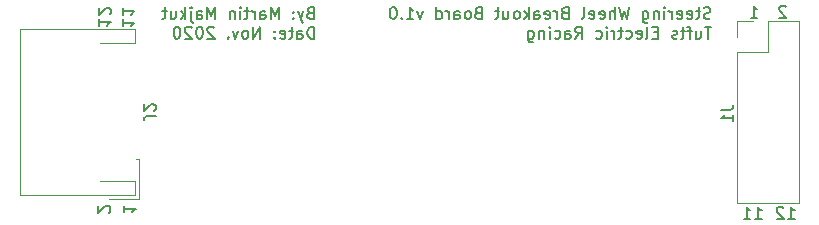
<source format=gbr>
G04 #@! TF.GenerationSoftware,KiCad,Pcbnew,(5.1.4)-1*
G04 #@! TF.CreationDate,2020-11-15T00:00:24-05:00*
G04 #@! TF.ProjectId,MAIN_newBreakoutBoard,4d41494e-5f6e-4657-9742-7265616b6f75,v1.0*
G04 #@! TF.SameCoordinates,Original*
G04 #@! TF.FileFunction,Legend,Bot*
G04 #@! TF.FilePolarity,Positive*
%FSLAX46Y46*%
G04 Gerber Fmt 4.6, Leading zero omitted, Abs format (unit mm)*
G04 Created by KiCad (PCBNEW (5.1.4)-1) date 2020-11-15 00:00:24*
%MOMM*%
%LPD*%
G04 APERTURE LIST*
%ADD10C,0.150000*%
%ADD11C,0.120000*%
G04 APERTURE END LIST*
D10*
X139331071Y-91603571D02*
X139188214Y-91651190D01*
X139140595Y-91698809D01*
X139092976Y-91794047D01*
X139092976Y-91936904D01*
X139140595Y-92032142D01*
X139188214Y-92079761D01*
X139283452Y-92127380D01*
X139664404Y-92127380D01*
X139664404Y-91127380D01*
X139331071Y-91127380D01*
X139235833Y-91175000D01*
X139188214Y-91222619D01*
X139140595Y-91317857D01*
X139140595Y-91413095D01*
X139188214Y-91508333D01*
X139235833Y-91555952D01*
X139331071Y-91603571D01*
X139664404Y-91603571D01*
X138759642Y-91460714D02*
X138521547Y-92127380D01*
X138283452Y-91460714D02*
X138521547Y-92127380D01*
X138616785Y-92365476D01*
X138664404Y-92413095D01*
X138759642Y-92460714D01*
X137902500Y-92032142D02*
X137854880Y-92079761D01*
X137902500Y-92127380D01*
X137950119Y-92079761D01*
X137902500Y-92032142D01*
X137902500Y-92127380D01*
X137902500Y-91508333D02*
X137854880Y-91555952D01*
X137902500Y-91603571D01*
X137950119Y-91555952D01*
X137902500Y-91508333D01*
X137902500Y-91603571D01*
X136664404Y-92127380D02*
X136664404Y-91127380D01*
X136331071Y-91841666D01*
X135997738Y-91127380D01*
X135997738Y-92127380D01*
X135092976Y-92127380D02*
X135092976Y-91603571D01*
X135140595Y-91508333D01*
X135235833Y-91460714D01*
X135426309Y-91460714D01*
X135521547Y-91508333D01*
X135092976Y-92079761D02*
X135188214Y-92127380D01*
X135426309Y-92127380D01*
X135521547Y-92079761D01*
X135569166Y-91984523D01*
X135569166Y-91889285D01*
X135521547Y-91794047D01*
X135426309Y-91746428D01*
X135188214Y-91746428D01*
X135092976Y-91698809D01*
X134616785Y-92127380D02*
X134616785Y-91460714D01*
X134616785Y-91651190D02*
X134569166Y-91555952D01*
X134521547Y-91508333D01*
X134426309Y-91460714D01*
X134331071Y-91460714D01*
X134140595Y-91460714D02*
X133759642Y-91460714D01*
X133997738Y-91127380D02*
X133997738Y-91984523D01*
X133950119Y-92079761D01*
X133854880Y-92127380D01*
X133759642Y-92127380D01*
X133426309Y-92127380D02*
X133426309Y-91460714D01*
X133426309Y-91127380D02*
X133473928Y-91175000D01*
X133426309Y-91222619D01*
X133378690Y-91175000D01*
X133426309Y-91127380D01*
X133426309Y-91222619D01*
X132950119Y-91460714D02*
X132950119Y-92127380D01*
X132950119Y-91555952D02*
X132902500Y-91508333D01*
X132807261Y-91460714D01*
X132664404Y-91460714D01*
X132569166Y-91508333D01*
X132521547Y-91603571D01*
X132521547Y-92127380D01*
X131283452Y-92127380D02*
X131283452Y-91127380D01*
X130950119Y-91841666D01*
X130616785Y-91127380D01*
X130616785Y-92127380D01*
X129712023Y-92127380D02*
X129712023Y-91603571D01*
X129759642Y-91508333D01*
X129854880Y-91460714D01*
X130045357Y-91460714D01*
X130140595Y-91508333D01*
X129712023Y-92079761D02*
X129807261Y-92127380D01*
X130045357Y-92127380D01*
X130140595Y-92079761D01*
X130188214Y-91984523D01*
X130188214Y-91889285D01*
X130140595Y-91794047D01*
X130045357Y-91746428D01*
X129807261Y-91746428D01*
X129712023Y-91698809D01*
X129235833Y-91460714D02*
X129235833Y-92317857D01*
X129283452Y-92413095D01*
X129378690Y-92460714D01*
X129426309Y-92460714D01*
X129235833Y-91127380D02*
X129283452Y-91175000D01*
X129235833Y-91222619D01*
X129188214Y-91175000D01*
X129235833Y-91127380D01*
X129235833Y-91222619D01*
X128759642Y-92127380D02*
X128759642Y-91127380D01*
X128664404Y-91746428D02*
X128378690Y-92127380D01*
X128378690Y-91460714D02*
X128759642Y-91841666D01*
X127521547Y-91460714D02*
X127521547Y-92127380D01*
X127950119Y-91460714D02*
X127950119Y-91984523D01*
X127902500Y-92079761D01*
X127807261Y-92127380D01*
X127664404Y-92127380D01*
X127569166Y-92079761D01*
X127521547Y-92032142D01*
X127188214Y-91460714D02*
X126807261Y-91460714D01*
X127045357Y-91127380D02*
X127045357Y-91984523D01*
X126997738Y-92079761D01*
X126902500Y-92127380D01*
X126807261Y-92127380D01*
X139664404Y-93777380D02*
X139664404Y-92777380D01*
X139426309Y-92777380D01*
X139283452Y-92825000D01*
X139188214Y-92920238D01*
X139140595Y-93015476D01*
X139092976Y-93205952D01*
X139092976Y-93348809D01*
X139140595Y-93539285D01*
X139188214Y-93634523D01*
X139283452Y-93729761D01*
X139426309Y-93777380D01*
X139664404Y-93777380D01*
X138235833Y-93777380D02*
X138235833Y-93253571D01*
X138283452Y-93158333D01*
X138378690Y-93110714D01*
X138569166Y-93110714D01*
X138664404Y-93158333D01*
X138235833Y-93729761D02*
X138331071Y-93777380D01*
X138569166Y-93777380D01*
X138664404Y-93729761D01*
X138712023Y-93634523D01*
X138712023Y-93539285D01*
X138664404Y-93444047D01*
X138569166Y-93396428D01*
X138331071Y-93396428D01*
X138235833Y-93348809D01*
X137902500Y-93110714D02*
X137521547Y-93110714D01*
X137759642Y-92777380D02*
X137759642Y-93634523D01*
X137712023Y-93729761D01*
X137616785Y-93777380D01*
X137521547Y-93777380D01*
X136807261Y-93729761D02*
X136902500Y-93777380D01*
X137092976Y-93777380D01*
X137188214Y-93729761D01*
X137235833Y-93634523D01*
X137235833Y-93253571D01*
X137188214Y-93158333D01*
X137092976Y-93110714D01*
X136902500Y-93110714D01*
X136807261Y-93158333D01*
X136759642Y-93253571D01*
X136759642Y-93348809D01*
X137235833Y-93444047D01*
X136331071Y-93682142D02*
X136283452Y-93729761D01*
X136331071Y-93777380D01*
X136378690Y-93729761D01*
X136331071Y-93682142D01*
X136331071Y-93777380D01*
X136331071Y-93158333D02*
X136283452Y-93205952D01*
X136331071Y-93253571D01*
X136378690Y-93205952D01*
X136331071Y-93158333D01*
X136331071Y-93253571D01*
X135092976Y-93777380D02*
X135092976Y-92777380D01*
X134521547Y-93777380D01*
X134521547Y-92777380D01*
X133902500Y-93777380D02*
X133997738Y-93729761D01*
X134045357Y-93682142D01*
X134092976Y-93586904D01*
X134092976Y-93301190D01*
X134045357Y-93205952D01*
X133997738Y-93158333D01*
X133902500Y-93110714D01*
X133759642Y-93110714D01*
X133664404Y-93158333D01*
X133616785Y-93205952D01*
X133569166Y-93301190D01*
X133569166Y-93586904D01*
X133616785Y-93682142D01*
X133664404Y-93729761D01*
X133759642Y-93777380D01*
X133902500Y-93777380D01*
X133235833Y-93110714D02*
X132997738Y-93777380D01*
X132759642Y-93110714D01*
X132378690Y-93682142D02*
X132331071Y-93729761D01*
X132378690Y-93777380D01*
X132426309Y-93729761D01*
X132378690Y-93682142D01*
X132378690Y-93777380D01*
X131188214Y-92872619D02*
X131140595Y-92825000D01*
X131045357Y-92777380D01*
X130807261Y-92777380D01*
X130712023Y-92825000D01*
X130664404Y-92872619D01*
X130616785Y-92967857D01*
X130616785Y-93063095D01*
X130664404Y-93205952D01*
X131235833Y-93777380D01*
X130616785Y-93777380D01*
X129997738Y-92777380D02*
X129902500Y-92777380D01*
X129807261Y-92825000D01*
X129759642Y-92872619D01*
X129712023Y-92967857D01*
X129664404Y-93158333D01*
X129664404Y-93396428D01*
X129712023Y-93586904D01*
X129759642Y-93682142D01*
X129807261Y-93729761D01*
X129902500Y-93777380D01*
X129997738Y-93777380D01*
X130092976Y-93729761D01*
X130140595Y-93682142D01*
X130188214Y-93586904D01*
X130235833Y-93396428D01*
X130235833Y-93158333D01*
X130188214Y-92967857D01*
X130140595Y-92872619D01*
X130092976Y-92825000D01*
X129997738Y-92777380D01*
X129283452Y-92872619D02*
X129235833Y-92825000D01*
X129140595Y-92777380D01*
X128902500Y-92777380D01*
X128807261Y-92825000D01*
X128759642Y-92872619D01*
X128712023Y-92967857D01*
X128712023Y-93063095D01*
X128759642Y-93205952D01*
X129331071Y-93777380D01*
X128712023Y-93777380D01*
X128092976Y-92777380D02*
X127997738Y-92777380D01*
X127902500Y-92825000D01*
X127854880Y-92872619D01*
X127807261Y-92967857D01*
X127759642Y-93158333D01*
X127759642Y-93396428D01*
X127807261Y-93586904D01*
X127854880Y-93682142D01*
X127902500Y-93729761D01*
X127997738Y-93777380D01*
X128092976Y-93777380D01*
X128188214Y-93729761D01*
X128235833Y-93682142D01*
X128283452Y-93586904D01*
X128331071Y-93396428D01*
X128331071Y-93158333D01*
X128283452Y-92967857D01*
X128235833Y-92872619D01*
X128188214Y-92825000D01*
X128092976Y-92777380D01*
X173212023Y-92079761D02*
X173069166Y-92127380D01*
X172831071Y-92127380D01*
X172735833Y-92079761D01*
X172688214Y-92032142D01*
X172640595Y-91936904D01*
X172640595Y-91841666D01*
X172688214Y-91746428D01*
X172735833Y-91698809D01*
X172831071Y-91651190D01*
X173021547Y-91603571D01*
X173116785Y-91555952D01*
X173164404Y-91508333D01*
X173212023Y-91413095D01*
X173212023Y-91317857D01*
X173164404Y-91222619D01*
X173116785Y-91175000D01*
X173021547Y-91127380D01*
X172783452Y-91127380D01*
X172640595Y-91175000D01*
X172354880Y-91460714D02*
X171973928Y-91460714D01*
X172212023Y-91127380D02*
X172212023Y-91984523D01*
X172164404Y-92079761D01*
X172069166Y-92127380D01*
X171973928Y-92127380D01*
X171259642Y-92079761D02*
X171354880Y-92127380D01*
X171545357Y-92127380D01*
X171640595Y-92079761D01*
X171688214Y-91984523D01*
X171688214Y-91603571D01*
X171640595Y-91508333D01*
X171545357Y-91460714D01*
X171354880Y-91460714D01*
X171259642Y-91508333D01*
X171212023Y-91603571D01*
X171212023Y-91698809D01*
X171688214Y-91794047D01*
X170402500Y-92079761D02*
X170497738Y-92127380D01*
X170688214Y-92127380D01*
X170783452Y-92079761D01*
X170831071Y-91984523D01*
X170831071Y-91603571D01*
X170783452Y-91508333D01*
X170688214Y-91460714D01*
X170497738Y-91460714D01*
X170402500Y-91508333D01*
X170354880Y-91603571D01*
X170354880Y-91698809D01*
X170831071Y-91794047D01*
X169926309Y-92127380D02*
X169926309Y-91460714D01*
X169926309Y-91651190D02*
X169878690Y-91555952D01*
X169831071Y-91508333D01*
X169735833Y-91460714D01*
X169640595Y-91460714D01*
X169307261Y-92127380D02*
X169307261Y-91460714D01*
X169307261Y-91127380D02*
X169354880Y-91175000D01*
X169307261Y-91222619D01*
X169259642Y-91175000D01*
X169307261Y-91127380D01*
X169307261Y-91222619D01*
X168831071Y-91460714D02*
X168831071Y-92127380D01*
X168831071Y-91555952D02*
X168783452Y-91508333D01*
X168688214Y-91460714D01*
X168545357Y-91460714D01*
X168450119Y-91508333D01*
X168402500Y-91603571D01*
X168402500Y-92127380D01*
X167497738Y-91460714D02*
X167497738Y-92270238D01*
X167545357Y-92365476D01*
X167592976Y-92413095D01*
X167688214Y-92460714D01*
X167831071Y-92460714D01*
X167926309Y-92413095D01*
X167497738Y-92079761D02*
X167592976Y-92127380D01*
X167783452Y-92127380D01*
X167878690Y-92079761D01*
X167926309Y-92032142D01*
X167973928Y-91936904D01*
X167973928Y-91651190D01*
X167926309Y-91555952D01*
X167878690Y-91508333D01*
X167783452Y-91460714D01*
X167592976Y-91460714D01*
X167497738Y-91508333D01*
X166354880Y-91127380D02*
X166116785Y-92127380D01*
X165926309Y-91413095D01*
X165735833Y-92127380D01*
X165497738Y-91127380D01*
X165116785Y-92127380D02*
X165116785Y-91127380D01*
X164688214Y-92127380D02*
X164688214Y-91603571D01*
X164735833Y-91508333D01*
X164831071Y-91460714D01*
X164973928Y-91460714D01*
X165069166Y-91508333D01*
X165116785Y-91555952D01*
X163831071Y-92079761D02*
X163926309Y-92127380D01*
X164116785Y-92127380D01*
X164212023Y-92079761D01*
X164259642Y-91984523D01*
X164259642Y-91603571D01*
X164212023Y-91508333D01*
X164116785Y-91460714D01*
X163926309Y-91460714D01*
X163831071Y-91508333D01*
X163783452Y-91603571D01*
X163783452Y-91698809D01*
X164259642Y-91794047D01*
X162973928Y-92079761D02*
X163069166Y-92127380D01*
X163259642Y-92127380D01*
X163354880Y-92079761D01*
X163402500Y-91984523D01*
X163402500Y-91603571D01*
X163354880Y-91508333D01*
X163259642Y-91460714D01*
X163069166Y-91460714D01*
X162973928Y-91508333D01*
X162926309Y-91603571D01*
X162926309Y-91698809D01*
X163402500Y-91794047D01*
X162354880Y-92127380D02*
X162450119Y-92079761D01*
X162497738Y-91984523D01*
X162497738Y-91127380D01*
X160878690Y-91603571D02*
X160735833Y-91651190D01*
X160688214Y-91698809D01*
X160640595Y-91794047D01*
X160640595Y-91936904D01*
X160688214Y-92032142D01*
X160735833Y-92079761D01*
X160831071Y-92127380D01*
X161212023Y-92127380D01*
X161212023Y-91127380D01*
X160878690Y-91127380D01*
X160783452Y-91175000D01*
X160735833Y-91222619D01*
X160688214Y-91317857D01*
X160688214Y-91413095D01*
X160735833Y-91508333D01*
X160783452Y-91555952D01*
X160878690Y-91603571D01*
X161212023Y-91603571D01*
X160212023Y-92127380D02*
X160212023Y-91460714D01*
X160212023Y-91651190D02*
X160164404Y-91555952D01*
X160116785Y-91508333D01*
X160021547Y-91460714D01*
X159926309Y-91460714D01*
X159212023Y-92079761D02*
X159307261Y-92127380D01*
X159497738Y-92127380D01*
X159592976Y-92079761D01*
X159640595Y-91984523D01*
X159640595Y-91603571D01*
X159592976Y-91508333D01*
X159497738Y-91460714D01*
X159307261Y-91460714D01*
X159212023Y-91508333D01*
X159164404Y-91603571D01*
X159164404Y-91698809D01*
X159640595Y-91794047D01*
X158307261Y-92127380D02*
X158307261Y-91603571D01*
X158354880Y-91508333D01*
X158450119Y-91460714D01*
X158640595Y-91460714D01*
X158735833Y-91508333D01*
X158307261Y-92079761D02*
X158402500Y-92127380D01*
X158640595Y-92127380D01*
X158735833Y-92079761D01*
X158783452Y-91984523D01*
X158783452Y-91889285D01*
X158735833Y-91794047D01*
X158640595Y-91746428D01*
X158402500Y-91746428D01*
X158307261Y-91698809D01*
X157831071Y-92127380D02*
X157831071Y-91127380D01*
X157735833Y-91746428D02*
X157450119Y-92127380D01*
X157450119Y-91460714D02*
X157831071Y-91841666D01*
X156878690Y-92127380D02*
X156973928Y-92079761D01*
X157021547Y-92032142D01*
X157069166Y-91936904D01*
X157069166Y-91651190D01*
X157021547Y-91555952D01*
X156973928Y-91508333D01*
X156878690Y-91460714D01*
X156735833Y-91460714D01*
X156640595Y-91508333D01*
X156592976Y-91555952D01*
X156545357Y-91651190D01*
X156545357Y-91936904D01*
X156592976Y-92032142D01*
X156640595Y-92079761D01*
X156735833Y-92127380D01*
X156878690Y-92127380D01*
X155688214Y-91460714D02*
X155688214Y-92127380D01*
X156116785Y-91460714D02*
X156116785Y-91984523D01*
X156069166Y-92079761D01*
X155973928Y-92127380D01*
X155831071Y-92127380D01*
X155735833Y-92079761D01*
X155688214Y-92032142D01*
X155354880Y-91460714D02*
X154973928Y-91460714D01*
X155212023Y-91127380D02*
X155212023Y-91984523D01*
X155164404Y-92079761D01*
X155069166Y-92127380D01*
X154973928Y-92127380D01*
X153545357Y-91603571D02*
X153402500Y-91651190D01*
X153354880Y-91698809D01*
X153307261Y-91794047D01*
X153307261Y-91936904D01*
X153354880Y-92032142D01*
X153402500Y-92079761D01*
X153497738Y-92127380D01*
X153878690Y-92127380D01*
X153878690Y-91127380D01*
X153545357Y-91127380D01*
X153450119Y-91175000D01*
X153402500Y-91222619D01*
X153354880Y-91317857D01*
X153354880Y-91413095D01*
X153402500Y-91508333D01*
X153450119Y-91555952D01*
X153545357Y-91603571D01*
X153878690Y-91603571D01*
X152735833Y-92127380D02*
X152831071Y-92079761D01*
X152878690Y-92032142D01*
X152926309Y-91936904D01*
X152926309Y-91651190D01*
X152878690Y-91555952D01*
X152831071Y-91508333D01*
X152735833Y-91460714D01*
X152592976Y-91460714D01*
X152497738Y-91508333D01*
X152450119Y-91555952D01*
X152402500Y-91651190D01*
X152402500Y-91936904D01*
X152450119Y-92032142D01*
X152497738Y-92079761D01*
X152592976Y-92127380D01*
X152735833Y-92127380D01*
X151545357Y-92127380D02*
X151545357Y-91603571D01*
X151592976Y-91508333D01*
X151688214Y-91460714D01*
X151878690Y-91460714D01*
X151973928Y-91508333D01*
X151545357Y-92079761D02*
X151640595Y-92127380D01*
X151878690Y-92127380D01*
X151973928Y-92079761D01*
X152021547Y-91984523D01*
X152021547Y-91889285D01*
X151973928Y-91794047D01*
X151878690Y-91746428D01*
X151640595Y-91746428D01*
X151545357Y-91698809D01*
X151069166Y-92127380D02*
X151069166Y-91460714D01*
X151069166Y-91651190D02*
X151021547Y-91555952D01*
X150973928Y-91508333D01*
X150878690Y-91460714D01*
X150783452Y-91460714D01*
X150021547Y-92127380D02*
X150021547Y-91127380D01*
X150021547Y-92079761D02*
X150116785Y-92127380D01*
X150307261Y-92127380D01*
X150402500Y-92079761D01*
X150450119Y-92032142D01*
X150497738Y-91936904D01*
X150497738Y-91651190D01*
X150450119Y-91555952D01*
X150402500Y-91508333D01*
X150307261Y-91460714D01*
X150116785Y-91460714D01*
X150021547Y-91508333D01*
X148878690Y-91460714D02*
X148640595Y-92127380D01*
X148402500Y-91460714D01*
X147497738Y-92127380D02*
X148069166Y-92127380D01*
X147783452Y-92127380D02*
X147783452Y-91127380D01*
X147878690Y-91270238D01*
X147973928Y-91365476D01*
X148069166Y-91413095D01*
X147069166Y-92032142D02*
X147021547Y-92079761D01*
X147069166Y-92127380D01*
X147116785Y-92079761D01*
X147069166Y-92032142D01*
X147069166Y-92127380D01*
X146402500Y-91127380D02*
X146307261Y-91127380D01*
X146212023Y-91175000D01*
X146164404Y-91222619D01*
X146116785Y-91317857D01*
X146069166Y-91508333D01*
X146069166Y-91746428D01*
X146116785Y-91936904D01*
X146164404Y-92032142D01*
X146212023Y-92079761D01*
X146307261Y-92127380D01*
X146402500Y-92127380D01*
X146497738Y-92079761D01*
X146545357Y-92032142D01*
X146592976Y-91936904D01*
X146640595Y-91746428D01*
X146640595Y-91508333D01*
X146592976Y-91317857D01*
X146545357Y-91222619D01*
X146497738Y-91175000D01*
X146402500Y-91127380D01*
X173307261Y-92777380D02*
X172735833Y-92777380D01*
X173021547Y-93777380D02*
X173021547Y-92777380D01*
X171973928Y-93110714D02*
X171973928Y-93777380D01*
X172402500Y-93110714D02*
X172402500Y-93634523D01*
X172354880Y-93729761D01*
X172259642Y-93777380D01*
X172116785Y-93777380D01*
X172021547Y-93729761D01*
X171973928Y-93682142D01*
X171640595Y-93110714D02*
X171259642Y-93110714D01*
X171497738Y-93777380D02*
X171497738Y-92920238D01*
X171450119Y-92825000D01*
X171354880Y-92777380D01*
X171259642Y-92777380D01*
X171069166Y-93110714D02*
X170688214Y-93110714D01*
X170926309Y-92777380D02*
X170926309Y-93634523D01*
X170878690Y-93729761D01*
X170783452Y-93777380D01*
X170688214Y-93777380D01*
X170402500Y-93729761D02*
X170307261Y-93777380D01*
X170116785Y-93777380D01*
X170021547Y-93729761D01*
X169973928Y-93634523D01*
X169973928Y-93586904D01*
X170021547Y-93491666D01*
X170116785Y-93444047D01*
X170259642Y-93444047D01*
X170354880Y-93396428D01*
X170402500Y-93301190D01*
X170402500Y-93253571D01*
X170354880Y-93158333D01*
X170259642Y-93110714D01*
X170116785Y-93110714D01*
X170021547Y-93158333D01*
X168783452Y-93253571D02*
X168450119Y-93253571D01*
X168307261Y-93777380D02*
X168783452Y-93777380D01*
X168783452Y-92777380D01*
X168307261Y-92777380D01*
X167735833Y-93777380D02*
X167831071Y-93729761D01*
X167878690Y-93634523D01*
X167878690Y-92777380D01*
X166973928Y-93729761D02*
X167069166Y-93777380D01*
X167259642Y-93777380D01*
X167354880Y-93729761D01*
X167402500Y-93634523D01*
X167402500Y-93253571D01*
X167354880Y-93158333D01*
X167259642Y-93110714D01*
X167069166Y-93110714D01*
X166973928Y-93158333D01*
X166926309Y-93253571D01*
X166926309Y-93348809D01*
X167402500Y-93444047D01*
X166069166Y-93729761D02*
X166164404Y-93777380D01*
X166354880Y-93777380D01*
X166450119Y-93729761D01*
X166497738Y-93682142D01*
X166545357Y-93586904D01*
X166545357Y-93301190D01*
X166497738Y-93205952D01*
X166450119Y-93158333D01*
X166354880Y-93110714D01*
X166164404Y-93110714D01*
X166069166Y-93158333D01*
X165783452Y-93110714D02*
X165402500Y-93110714D01*
X165640595Y-92777380D02*
X165640595Y-93634523D01*
X165592976Y-93729761D01*
X165497738Y-93777380D01*
X165402500Y-93777380D01*
X165069166Y-93777380D02*
X165069166Y-93110714D01*
X165069166Y-93301190D02*
X165021547Y-93205952D01*
X164973928Y-93158333D01*
X164878690Y-93110714D01*
X164783452Y-93110714D01*
X164450119Y-93777380D02*
X164450119Y-93110714D01*
X164450119Y-92777380D02*
X164497738Y-92825000D01*
X164450119Y-92872619D01*
X164402500Y-92825000D01*
X164450119Y-92777380D01*
X164450119Y-92872619D01*
X163545357Y-93729761D02*
X163640595Y-93777380D01*
X163831071Y-93777380D01*
X163926309Y-93729761D01*
X163973928Y-93682142D01*
X164021547Y-93586904D01*
X164021547Y-93301190D01*
X163973928Y-93205952D01*
X163926309Y-93158333D01*
X163831071Y-93110714D01*
X163640595Y-93110714D01*
X163545357Y-93158333D01*
X161783452Y-93777380D02*
X162116785Y-93301190D01*
X162354880Y-93777380D02*
X162354880Y-92777380D01*
X161973928Y-92777380D01*
X161878690Y-92825000D01*
X161831071Y-92872619D01*
X161783452Y-92967857D01*
X161783452Y-93110714D01*
X161831071Y-93205952D01*
X161878690Y-93253571D01*
X161973928Y-93301190D01*
X162354880Y-93301190D01*
X160926309Y-93777380D02*
X160926309Y-93253571D01*
X160973928Y-93158333D01*
X161069166Y-93110714D01*
X161259642Y-93110714D01*
X161354880Y-93158333D01*
X160926309Y-93729761D02*
X161021547Y-93777380D01*
X161259642Y-93777380D01*
X161354880Y-93729761D01*
X161402500Y-93634523D01*
X161402500Y-93539285D01*
X161354880Y-93444047D01*
X161259642Y-93396428D01*
X161021547Y-93396428D01*
X160926309Y-93348809D01*
X160021547Y-93729761D02*
X160116785Y-93777380D01*
X160307261Y-93777380D01*
X160402500Y-93729761D01*
X160450119Y-93682142D01*
X160497738Y-93586904D01*
X160497738Y-93301190D01*
X160450119Y-93205952D01*
X160402500Y-93158333D01*
X160307261Y-93110714D01*
X160116785Y-93110714D01*
X160021547Y-93158333D01*
X159592976Y-93777380D02*
X159592976Y-93110714D01*
X159592976Y-92777380D02*
X159640595Y-92825000D01*
X159592976Y-92872619D01*
X159545357Y-92825000D01*
X159592976Y-92777380D01*
X159592976Y-92872619D01*
X159116785Y-93110714D02*
X159116785Y-93777380D01*
X159116785Y-93205952D02*
X159069166Y-93158333D01*
X158973928Y-93110714D01*
X158831071Y-93110714D01*
X158735833Y-93158333D01*
X158688214Y-93253571D01*
X158688214Y-93777380D01*
X157783452Y-93110714D02*
X157783452Y-93920238D01*
X157831071Y-94015476D01*
X157878690Y-94063095D01*
X157973928Y-94110714D01*
X158116785Y-94110714D01*
X158212023Y-94063095D01*
X157783452Y-93729761D02*
X157878690Y-93777380D01*
X158069166Y-93777380D01*
X158164404Y-93729761D01*
X158212023Y-93682142D01*
X158259642Y-93586904D01*
X158259642Y-93301190D01*
X158212023Y-93205952D01*
X158164404Y-93158333D01*
X158069166Y-93110714D01*
X157878690Y-93110714D01*
X157783452Y-93158333D01*
X121442219Y-92113076D02*
X121442219Y-92684504D01*
X121442219Y-92398790D02*
X122442219Y-92398790D01*
X122299361Y-92494028D01*
X122204123Y-92589266D01*
X122156504Y-92684504D01*
X122346980Y-91732123D02*
X122394600Y-91684504D01*
X122442219Y-91589266D01*
X122442219Y-91351171D01*
X122394600Y-91255933D01*
X122346980Y-91208314D01*
X122251742Y-91160695D01*
X122156504Y-91160695D01*
X122013647Y-91208314D01*
X121442219Y-91779742D01*
X121442219Y-91160695D01*
X123448819Y-92138476D02*
X123448819Y-92709904D01*
X123448819Y-92424190D02*
X124448819Y-92424190D01*
X124305961Y-92519428D01*
X124210723Y-92614666D01*
X124163104Y-92709904D01*
X123448819Y-91186095D02*
X123448819Y-91757523D01*
X123448819Y-91471809D02*
X124448819Y-91471809D01*
X124305961Y-91567047D01*
X124210723Y-91662285D01*
X124163104Y-91757523D01*
X122296180Y-108515114D02*
X122343800Y-108467495D01*
X122391419Y-108372257D01*
X122391419Y-108134161D01*
X122343800Y-108038923D01*
X122296180Y-107991304D01*
X122200942Y-107943685D01*
X122105704Y-107943685D01*
X121962847Y-107991304D01*
X121391419Y-108562733D01*
X121391419Y-107943685D01*
X123550419Y-107918285D02*
X123550419Y-108489714D01*
X123550419Y-108204000D02*
X124550419Y-108204000D01*
X124407561Y-108299238D01*
X124312323Y-108394476D01*
X124264704Y-108489714D01*
X179768476Y-109037380D02*
X180339904Y-109037380D01*
X180054190Y-109037380D02*
X180054190Y-108037380D01*
X180149428Y-108180238D01*
X180244666Y-108275476D01*
X180339904Y-108323095D01*
X179387523Y-108132619D02*
X179339904Y-108085000D01*
X179244666Y-108037380D01*
X179006571Y-108037380D01*
X178911333Y-108085000D01*
X178863714Y-108132619D01*
X178816095Y-108227857D01*
X178816095Y-108323095D01*
X178863714Y-108465952D01*
X179435142Y-109037380D01*
X178816095Y-109037380D01*
X176974476Y-109037380D02*
X177545904Y-109037380D01*
X177260190Y-109037380D02*
X177260190Y-108037380D01*
X177355428Y-108180238D01*
X177450666Y-108275476D01*
X177545904Y-108323095D01*
X176022095Y-109037380D02*
X176593523Y-109037380D01*
X176307809Y-109037380D02*
X176307809Y-108037380D01*
X176403047Y-108180238D01*
X176498285Y-108275476D01*
X176593523Y-108323095D01*
X179609714Y-91114619D02*
X179562095Y-91067000D01*
X179466857Y-91019380D01*
X179228761Y-91019380D01*
X179133523Y-91067000D01*
X179085904Y-91114619D01*
X179038285Y-91209857D01*
X179038285Y-91305095D01*
X179085904Y-91447952D01*
X179657333Y-92019380D01*
X179038285Y-92019380D01*
X176625285Y-92019380D02*
X177196714Y-92019380D01*
X176911000Y-92019380D02*
X176911000Y-91019380D01*
X177006238Y-91162238D01*
X177101476Y-91257476D01*
X177196714Y-91305095D01*
D11*
X180700000Y-92320000D02*
X178100000Y-92320000D01*
X180700000Y-92320000D02*
X180700000Y-107680000D01*
X180700000Y-107680000D02*
X175500000Y-107680000D01*
X175500000Y-94920000D02*
X175500000Y-107680000D01*
X178100000Y-94920000D02*
X175500000Y-94920000D01*
X178100000Y-92320000D02*
X178100000Y-94920000D01*
X175500000Y-92320000D02*
X175500000Y-93650000D01*
X176830000Y-92320000D02*
X175500000Y-92320000D01*
X121500000Y-105840000D02*
X124500000Y-105840000D01*
X124500000Y-105840000D02*
X124500000Y-107060000D01*
X124500000Y-107060000D02*
X114780000Y-107060000D01*
X114780000Y-107060000D02*
X114780000Y-100000000D01*
X121500000Y-94160000D02*
X124500000Y-94160000D01*
X124500000Y-94160000D02*
X124500000Y-92940000D01*
X124500000Y-92940000D02*
X114780000Y-92940000D01*
X114780000Y-92940000D02*
X114780000Y-100000000D01*
X124550000Y-104000000D02*
X124800000Y-104000000D01*
X124800000Y-104000000D02*
X124800000Y-107360000D01*
X124800000Y-107360000D02*
X122300000Y-107360000D01*
D10*
X174148780Y-99793666D02*
X174863066Y-99793666D01*
X175005923Y-99746047D01*
X175101161Y-99650809D01*
X175148780Y-99507952D01*
X175148780Y-99412714D01*
X175148780Y-100793666D02*
X175148780Y-100222238D01*
X175148780Y-100507952D02*
X174148780Y-100507952D01*
X174291638Y-100412714D01*
X174386876Y-100317476D01*
X174434495Y-100222238D01*
X126237619Y-100333333D02*
X125523333Y-100333333D01*
X125380476Y-100380952D01*
X125285238Y-100476190D01*
X125237619Y-100619047D01*
X125237619Y-100714285D01*
X126142380Y-99904761D02*
X126190000Y-99857142D01*
X126237619Y-99761904D01*
X126237619Y-99523809D01*
X126190000Y-99428571D01*
X126142380Y-99380952D01*
X126047142Y-99333333D01*
X125951904Y-99333333D01*
X125809047Y-99380952D01*
X125237619Y-99952380D01*
X125237619Y-99333333D01*
M02*

</source>
